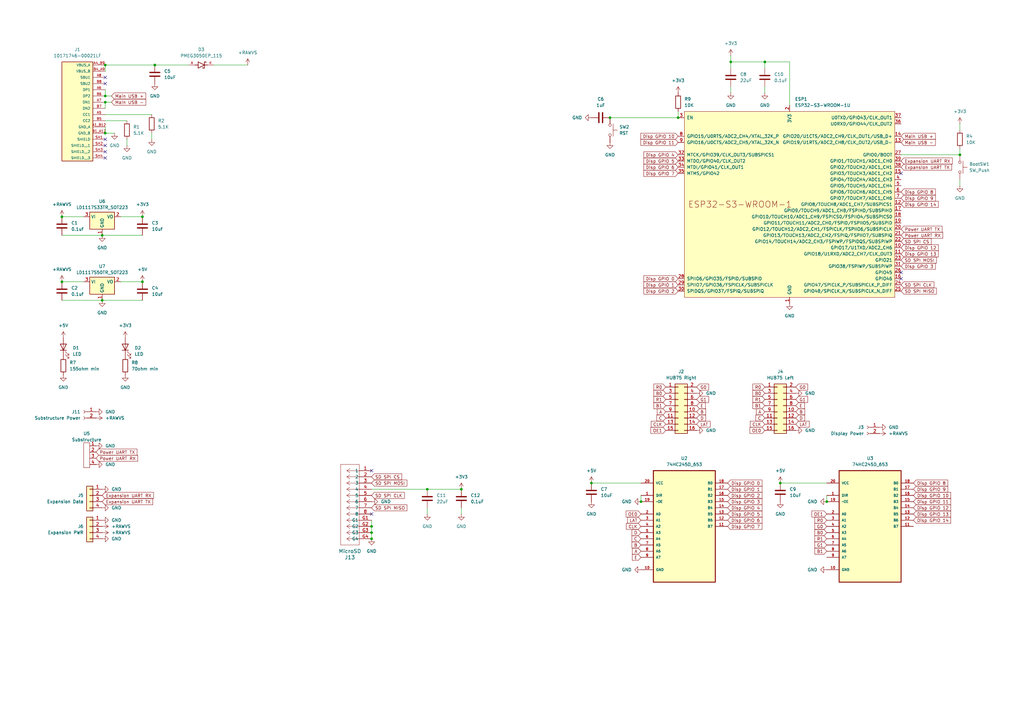
<source format=kicad_sch>
(kicad_sch (version 20250114) (generator "eeschema") (generator_version "9.0")
  (paper "A3")
  (junction (at 43.18 26.67))
  (junction (at 262.89 205.74))
  (junction (at 43.18 39.37))
  (junction (at 175.26 200.66))
  (junction (at 339.09 205.74))
  (junction (at 63.5 26.67))
  (junction (at 152.4 220.98))
  (junction (at 189.23 200.66))
  (junction (at 393.7 63.5))
  (junction (at 250.19 48.26))
  (junction (at 299.72 25.4))
  (junction (at 313.69 25.4))
  (junction (at 320.04 198.12))
  (junction (at 41.91 96.52))
  (junction (at 242.57 198.12))
  (junction (at 152.4 218.44))
  (junction (at 25.4 88.9))
  (junction (at 58.42 115.57))
  (junction (at 58.42 88.9))
  (junction (at 278.13 48.26))
  (junction (at 25.4 115.57))
  (junction (at 41.91 123.19))
  (junction (at 43.18 54.61))
  (junction (at 43.18 41.91))
  (junction (at 152.4 215.9))
  (no_connect (at 43.18 31.75))
  (no_connect (at 369.57 114.3))
  (no_connect (at 369.57 71.12))
  (no_connect (at 152.4 193.04))
  (no_connect (at 43.18 62.23))
  (no_connect (at 369.57 111.76))
  (no_connect (at 43.18 34.29))
  (no_connect (at 152.4 210.82))
  (no_connect (at 43.18 59.69))
  (no_connect (at 43.18 57.15))
  (no_connect (at 43.18 64.77))
  (wire (pts (xy 49.53 88.9) (xy 58.42 88.9)))
  (wire (pts (xy 393.7 76.2) (xy 393.7 73.66)))
  (wire (pts (xy 393.7 50.8) (xy 393.7 53.34)))
  (wire (pts (xy 323.85 25.4) (xy 323.85 43.18)))
  (wire (pts (xy 278.13 45.72) (xy 278.13 48.26)))
  (wire (pts (xy 262.89 203.2) (xy 262.89 205.74)))
  (wire (pts (xy 43.18 29.21) (xy 43.18 26.67)))
  (wire (pts (xy 25.4 88.9) (xy 34.29 88.9)))
  (wire (pts (xy 41.91 96.52) (xy 58.42 96.52)))
  (wire (pts (xy 41.91 123.19) (xy 58.42 123.19)))
  (wire (pts (xy 313.69 35.56) (xy 313.69 38.1)))
  (wire (pts (xy 393.7 60.96) (xy 393.7 63.5)))
  (wire (pts (xy 313.69 25.4) (xy 323.85 25.4)))
  (wire (pts (xy 152.4 213.36) (xy 152.4 215.9)))
  (wire (pts (xy 101.6 26.67) (xy 87.63 26.67)))
  (wire (pts (xy 43.18 46.99) (xy 62.23 46.99)))
  (wire (pts (xy 43.18 54.61) (xy 43.18 52.07)))
  (wire (pts (xy 62.23 54.61) (xy 62.23 57.15)))
  (wire (pts (xy 52.07 57.15) (xy 52.07 59.69)))
  (wire (pts (xy 43.18 26.67) (xy 63.5 26.67)))
  (wire (pts (xy 339.09 203.2) (xy 339.09 205.74)))
  (wire (pts (xy 175.26 200.66) (xy 189.23 200.66)))
  (wire (pts (xy 299.72 22.86) (xy 299.72 25.4)))
  (wire (pts (xy 63.5 26.67) (xy 77.47 26.67)))
  (wire (pts (xy 313.69 25.4) (xy 313.69 27.94)))
  (wire (pts (xy 45.72 39.37) (xy 43.18 39.37)))
  (wire (pts (xy 250.19 48.26) (xy 278.13 48.26)))
  (wire (pts (xy 299.72 25.4) (xy 299.72 27.94)))
  (wire (pts (xy 299.72 25.4) (xy 313.69 25.4)))
  (wire (pts (xy 299.72 35.56) (xy 299.72 38.1)))
  (wire (pts (xy 25.4 123.19) (xy 41.91 123.19)))
  (wire (pts (xy 43.18 41.91) (xy 43.18 44.45)))
  (wire (pts (xy 25.4 96.52) (xy 41.91 96.52)))
  (wire (pts (xy 43.18 49.53) (xy 52.07 49.53)))
  (wire (pts (xy 25.4 115.57) (xy 34.29 115.57)))
  (wire (pts (xy 43.18 36.83) (xy 43.18 39.37)))
  (wire (pts (xy 49.53 115.57) (xy 58.42 115.57)))
  (wire (pts (xy 46.99 54.61) (xy 43.18 54.61)))
  (wire (pts (xy 320.04 198.12) (xy 339.09 198.12)))
  (wire (pts (xy 152.4 200.66) (xy 175.26 200.66)))
  (wire (pts (xy 369.57 63.5) (xy 393.7 63.5)))
  (wire (pts (xy 189.23 208.28) (xy 189.23 210.82)))
  (wire (pts (xy 175.26 208.28) (xy 175.26 210.82)))
  (wire (pts (xy 45.72 41.91) (xy 43.18 41.91)))
  (wire (pts (xy 152.4 218.44) (xy 152.4 220.98)))
  (wire (pts (xy 152.4 215.9) (xy 152.4 218.44)))
  (wire (pts (xy 242.57 198.12) (xy 262.89 198.12)))
  (global_label "B1" (shape input) (at 273.05 166.37 180) (property "Intersheetrefs" "${INTERSHEET_REFS}" (effects (hide yes))))
  (global_label "Disp GPIO 6" (shape input) (at 278.13 68.58 180) (property "Intersheetrefs" "${INTERSHEET_REFS}" (effects (hide yes))))
  (global_label "Expansion UART RX" (shape input) (at 41.91 203.2 0) (property "Intersheetrefs" "${INTERSHEET_REFS}" (effects (hide yes))))
  (global_label "Power UART TX" (shape input) (at 39.37 185.42 0) (property "Intersheetrefs" "${INTERSHEET_REFS}" (effects (hide yes))))
  (global_label "Disp GPIO 5" (shape input) (at 278.13 66.04 180) (property "Intersheetrefs" "${INTERSHEET_REFS}" (effects (hide yes))))
  (global_label "SD SPI CLK" (shape input) (at 152.4 203.2 0) (property "Intersheetrefs" "${INTERSHEET_REFS}" (effects (hide yes))))
  (global_label "Disp GPIO 10" (shape input) (at 278.13 55.88 180) (property "Intersheetrefs" "${INTERSHEET_REFS}" (effects (hide yes))))
  (global_label "E" (shape input) (at 285.75 166.37 0) (property "Intersheetrefs" "${INTERSHEET_REFS}" (effects (hide yes))))
  (global_label "G0" (shape input) (at 326.39 158.75 0) (property "Intersheetrefs" "${INTERSHEET_REFS}" (effects (hide yes))))
  (global_label "SD SPI MISO" (shape input) (at 152.4 208.28 0) (property "Intersheetrefs" "${INTERSHEET_REFS}" (effects (hide yes))))
  (global_label "C" (shape input) (at 273.05 171.45 180) (property "Intersheetrefs" "${INTERSHEET_REFS}" (effects (hide yes))))
  (global_label "G1" (shape input) (at 326.39 163.83 0) (property "Intersheetrefs" "${INTERSHEET_REFS}" (effects (hide yes))))
  (global_label "C" (shape input) (at 262.89 220.98 180) (property "Intersheetrefs" "${INTERSHEET_REFS}" (effects (hide yes))))
  (global_label "B0" (shape input) (at 313.69 161.29 180) (property "Intersheetrefs" "${INTERSHEET_REFS}" (effects (hide yes))))
  (global_label "Expansion UART TX" (shape input) (at 369.57 68.58 0) (property "Intersheetrefs" "${INTERSHEET_REFS}" (effects (hide yes))))
  (global_label "SD SPI CLK" (shape input) (at 369.57 116.84 0) (property "Intersheetrefs" "${INTERSHEET_REFS}" (effects (hide yes))))
  (global_label "A" (shape input) (at 262.89 226.06 180) (property "Intersheetrefs" "${INTERSHEET_REFS}" (effects (hide yes))))
  (global_label "Disp GPIO 4" (shape input) (at 278.13 63.5 180) (property "Intersheetrefs" "${INTERSHEET_REFS}" (effects (hide yes))))
  (global_label "Disp GPIO 8" (shape input) (at 369.57 78.74 0) (property "Intersheetrefs" "${INTERSHEET_REFS}" (effects (hide yes))))
  (global_label "D" (shape input) (at 285.75 171.45 0) (property "Intersheetrefs" "${INTERSHEET_REFS}" (effects (hide yes))))
  (global_label "OE0" (shape input) (at 262.89 210.82 180) (property "Intersheetrefs" "${INTERSHEET_REFS}" (effects (hide yes))))
  (global_label "SD SPI MOSI" (shape input) (at 152.4 198.12 0) (property "Intersheetrefs" "${INTERSHEET_REFS}" (effects (hide yes))))
  (global_label "Disp GPIO 12" (shape input) (at 369.57 101.6 0) (property "Intersheetrefs" "${INTERSHEET_REFS}" (effects (hide yes))))
  (global_label "Disp GPIO 9" (shape input) (at 369.57 81.28 0) (property "Intersheetrefs" "${INTERSHEET_REFS}" (effects (hide yes))))
  (global_label "E" (shape input) (at 262.89 228.6 180) (property "Intersheetrefs" "${INTERSHEET_REFS}" (effects (hide yes))))
  (global_label "Disp GPIO 1" (shape input) (at 278.13 116.84 180) (property "Intersheetrefs" "${INTERSHEET_REFS}" (effects (hide yes))))
  (global_label "OE0" (shape input) (at 313.69 176.53 180) (property "Intersheetrefs" "${INTERSHEET_REFS}" (effects (hide yes))))
  (global_label "R1" (shape input) (at 273.05 163.83 180) (property "Intersheetrefs" "${INTERSHEET_REFS}" (effects (hide yes))))
  (global_label "E" (shape input) (at 326.39 166.37 0) (property "Intersheetrefs" "${INTERSHEET_REFS}" (effects (hide yes))))
  (global_label "A" (shape input) (at 313.69 168.91 180) (property "Intersheetrefs" "${INTERSHEET_REFS}" (effects (hide yes))))
  (global_label "Disp GPIO 14" (shape input) (at 369.57 83.82 0) (property "Intersheetrefs" "${INTERSHEET_REFS}" (effects (hide yes))))
  (global_label "G1" (shape input) (at 339.09 223.52 180) (property "Intersheetrefs" "${INTERSHEET_REFS}" (effects (hide yes))))
  (global_label "Disp GPIO 7" (shape input) (at 298.45 215.9 0) (property "Intersheetrefs" "${INTERSHEET_REFS}" (effects (hide yes))))
  (global_label "B0" (shape input) (at 339.09 218.44 180) (property "Intersheetrefs" "${INTERSHEET_REFS}" (effects (hide yes))))
  (global_label "B" (shape input) (at 326.39 168.91 0) (property "Intersheetrefs" "${INTERSHEET_REFS}" (effects (hide yes))))
  (global_label "Disp GPIO 10" (shape input) (at 374.65 203.2 0) (property "Intersheetrefs" "${INTERSHEET_REFS}" (effects (hide yes))))
  (global_label "Disp GPIO 6" (shape input) (at 298.45 213.36 0) (property "Intersheetrefs" "${INTERSHEET_REFS}" (effects (hide yes))))
  (global_label "B" (shape input) (at 262.89 223.52 180) (property "Intersheetrefs" "${INTERSHEET_REFS}" (effects (hide yes))))
  (global_label "Disp GPIO 11" (shape input) (at 374.65 205.74 0) (property "Intersheetrefs" "${INTERSHEET_REFS}" (effects (hide yes))))
  (global_label "Main USB -" (shape input) (at 45.72 41.91 0) (property "Intersheetrefs" "${INTERSHEET_REFS}" (effects (hide yes))))
  (global_label "G0" (shape input) (at 285.75 158.75 0) (property "Intersheetrefs" "${INTERSHEET_REFS}" (effects (hide yes))))
  (global_label "D" (shape input) (at 262.89 218.44 180) (property "Intersheetrefs" "${INTERSHEET_REFS}" (effects (hide yes))))
  (global_label "Main USB -" (shape input) (at 369.57 58.42 0) (property "Intersheetrefs" "${INTERSHEET_REFS}" (effects (hide yes))))
  (global_label "R0" (shape input) (at 273.05 158.75 180) (property "Intersheetrefs" "${INTERSHEET_REFS}" (effects (hide yes))))
  (global_label "B1" (shape input) (at 339.09 226.06 180) (property "Intersheetrefs" "${INTERSHEET_REFS}" (effects (hide yes))))
  (global_label "Disp GPIO 3" (shape input) (at 298.45 205.74 0) (property "Intersheetrefs" "${INTERSHEET_REFS}" (effects (hide yes))))
  (global_label "CLK" (shape input) (at 273.05 173.99 180) (property "Intersheetrefs" "${INTERSHEET_REFS}" (effects (hide yes))))
  (global_label "Disp GPIO 14" (shape input) (at 374.65 213.36 0) (property "Intersheetrefs" "${INTERSHEET_REFS}" (effects (hide yes))))
  (global_label "R1" (shape input) (at 313.69 163.83 180) (property "Intersheetrefs" "${INTERSHEET_REFS}" (effects (hide yes))))
  (global_label "Disp GPIO 2" (shape input) (at 278.13 119.38 180) (property "Intersheetrefs" "${INTERSHEET_REFS}" (effects (hide yes))))
  (global_label "SD SPI CS" (shape input) (at 369.57 99.06 0) (property "Intersheetrefs" "${INTERSHEET_REFS}" (effects (hide yes))))
  (global_label "CLK" (shape input) (at 313.69 173.99 180) (property "Intersheetrefs" "${INTERSHEET_REFS}" (effects (hide yes))))
  (global_label "Disp GPIO 3" (shape input) (at 369.57 109.22 0) (property "Intersheetrefs" "${INTERSHEET_REFS}" (effects (hide yes))))
  (global_label "R0" (shape input) (at 339.09 213.36 180) (property "Intersheetrefs" "${INTERSHEET_REFS}" (effects (hide yes))))
  (global_label "Disp GPIO 9" (shape input) (at 374.65 200.66 0) (property "Intersheetrefs" "${INTERSHEET_REFS}" (effects (hide yes))))
  (global_label "Main USB +" (shape input) (at 369.57 55.88 0) (property "Intersheetrefs" "${INTERSHEET_REFS}" (effects (hide yes))))
  (global_label "Disp GPIO 5" (shape input) (at 298.45 210.82 0) (property "Intersheetrefs" "${INTERSHEET_REFS}" (effects (hide yes))))
  (global_label "Power UART RX" (shape input) (at 39.37 187.96 0) (property "Intersheetrefs" "${INTERSHEET_REFS}" (effects (hide yes))))
  (global_label "Disp GPIO 2" (shape input) (at 298.45 203.2 0) (property "Intersheetrefs" "${INTERSHEET_REFS}" (effects (hide yes))))
  (global_label "Disp GPIO 11" (shape input) (at 278.13 58.42 180) (property "Intersheetrefs" "${INTERSHEET_REFS}" (effects (hide yes))))
  (global_label "Expansion UART TX" (shape input) (at 41.91 205.74 0) (property "Intersheetrefs" "${INTERSHEET_REFS}" (effects (hide yes))))
  (global_label "R0" (shape input) (at 313.69 158.75 180) (property "Intersheetrefs" "${INTERSHEET_REFS}" (effects (hide yes))))
  (global_label "SD SPI MOSI" (shape input) (at 369.57 106.68 0) (property "Intersheetrefs" "${INTERSHEET_REFS}" (effects (hide yes))))
  (global_label "Expansion UART RX" (shape input) (at 369.57 66.04 0) (property "Intersheetrefs" "${INTERSHEET_REFS}" (effects (hide yes))))
  (global_label "LAT" (shape input) (at 262.89 213.36 180) (property "Intersheetrefs" "${INTERSHEET_REFS}" (effects (hide yes))))
  (global_label "Disp GPIO 8" (shape input) (at 374.65 198.12 0) (property "Intersheetrefs" "${INTERSHEET_REFS}" (effects (hide yes))))
  (global_label "Disp GPIO 13" (shape input) (at 369.57 104.14 0) (property "Intersheetrefs" "${INTERSHEET_REFS}" (effects (hide yes))))
  (global_label "Disp GPIO 7" (shape input) (at 278.13 71.12 180) (property "Intersheetrefs" "${INTERSHEET_REFS}" (effects (hide yes))))
  (global_label "G0" (shape input) (at 339.09 215.9 180) (property "Intersheetrefs" "${INTERSHEET_REFS}" (effects (hide yes))))
  (global_label "SD SPI CS" (shape input) (at 152.4 195.58 0) (property "Intersheetrefs" "${INTERSHEET_REFS}" (effects (hide yes))))
  (global_label "Disp GPIO 0" (shape input) (at 298.45 198.12 0) (property "Intersheetrefs" "${INTERSHEET_REFS}" (effects (hide yes))))
  (global_label "OE1" (shape input) (at 339.09 210.82 180) (property "Intersheetrefs" "${INTERSHEET_REFS}" (effects (hide yes))))
  (global_label "LAT" (shape input) (at 285.75 173.99 0) (property "Intersheetrefs" "${INTERSHEET_REFS}" (effects (hide yes))))
  (global_label "Disp GPIO 12" (shape input) (at 374.65 208.28 0) (property "Intersheetrefs" "${INTERSHEET_REFS}" (effects (hide yes))))
  (global_label "SD SPI MISO" (shape input) (at 369.57 119.38 0) (property "Intersheetrefs" "${INTERSHEET_REFS}" (effects (hide yes))))
  (global_label "Power UART RX" (shape input) (at 369.57 96.52 0) (property "Intersheetrefs" "${INTERSHEET_REFS}" (effects (hide yes))))
  (global_label "Disp GPIO 0" (shape input) (at 278.13 114.3 180) (property "Intersheetrefs" "${INTERSHEET_REFS}" (effects (hide yes))))
  (global_label "R1" (shape input) (at 339.09 220.98 180) (property "Intersheetrefs" "${INTERSHEET_REFS}" (effects (hide yes))))
  (global_label "OE1" (shape input) (at 273.05 176.53 180) (property "Intersheetrefs" "${INTERSHEET_REFS}" (effects (hide yes))))
  (global_label "B" (shape input) (at 285.75 168.91 0) (property "Intersheetrefs" "${INTERSHEET_REFS}" (effects (hide yes))))
  (global_label "Disp GPIO 4" (shape input) (at 298.45 208.28 0) (property "Intersheetrefs" "${INTERSHEET_REFS}" (effects (hide yes))))
  (global_label "D" (shape input) (at 326.39 171.45 0) (property "Intersheetrefs" "${INTERSHEET_REFS}" (effects (hide yes))))
  (global_label "B0" (shape input) (at 273.05 161.29 180) (property "Intersheetrefs" "${INTERSHEET_REFS}" (effects (hide yes))))
  (global_label "C" (shape input) (at 313.69 171.45 180) (property "Intersheetrefs" "${INTERSHEET_REFS}" (effects (hide yes))))
  (global_label "CLK" (shape input) (at 262.89 215.9 180) (property "Intersheetrefs" "${INTERSHEET_REFS}" (effects (hide yes))))
  (global_label "LAT" (shape input) (at 326.39 173.99 0) (property "Intersheetrefs" "${INTERSHEET_REFS}" (effects (hide yes))))
  (global_label "G1" (shape input) (at 285.75 163.83 0) (property "Intersheetrefs" "${INTERSHEET_REFS}" (effects (hide yes))))
  (global_label "A" (shape input) (at 273.05 168.91 180) (property "Intersheetrefs" "${INTERSHEET_REFS}" (effects (hide yes))))
  (global_label "Disp GPIO 1" (shape input) (at 298.45 200.66 0) (property "Intersheetrefs" "${INTERSHEET_REFS}" (effects (hide yes))))
  (global_label "Power UART TX" (shape input) (at 369.57 93.98 0) (property "Intersheetrefs" "${INTERSHEET_REFS}" (effects (hide yes))))
  (global_label "Disp GPIO 13" (shape input) (at 374.65 210.82 0) (property "Intersheetrefs" "${INTERSHEET_REFS}" (effects (hide yes))))
  (global_label "B1" (shape input) (at 313.69 166.37 180) (property "Intersheetrefs" "${INTERSHEET_REFS}" (effects (hide yes))))
  (global_label "Main USB +" (shape input) (at 45.72 39.37 0) (property "Intersheetrefs" "${INTERSHEET_REFS}" (effects (hide yes))))
  (symbol (lib_id "Connector:Conn_01x02_Socket") (at 34.29 168.91 0) (mirror y) (unit 1)
    (property "Reference" "J11" (at 33.02 168.9099 0) (effects (justify left)))
    (property "Value" "Substructure Power" (at 33.02 171.4499 0) (effects (justify left)))
    (property "Footprint" "Connector_AMASS:AMASS_XT30U-M_1x02_P5.0mm_Vertical" (effects (hide yes)))
    (property "Description" "Generic connector, single row, 01x02, script generated" (effects (hide yes)))
  )
  (symbol (lib_id "power:GND") (at 323.85 124.46 0) (unit 1)
    (property "Reference" "#PWR051" (effects (hide yes)))
    (property "Value" "GND" (at 323.85 129.54 0))
    (property "Description" "Power symbol creates a global label with name \"GND\" , ground" (effects (hide yes)))
  )
  (symbol (lib_id "power:+3V3") (at 189.23 200.66 0) (unit 1)
    (property "Reference" "#PWR073" (effects (hide yes)))
    (property "Value" "+3V3" (at 189.23 195.58 0))
    (property "Description" "Power symbol creates a global label with name \"+3V3\"" (effects (hide yes)))
  )
  (symbol (lib_id "power:GND") (at 320.04 205.74 0) (unit 1)
    (property "Reference" "#PWR012" (effects (hide yes)))
    (property "Value" "GND" (at 320.04 210.82 0))
    (property "Description" "Power symbol creates a global label with name \"GND\" , ground" (effects (hide yes)))
  )
  (symbol (lib_id "Device:R") (at 51.3796 149.9967 0) (unit 1)
    (property "Reference" "R8" (at 53.9196 148.7266 0) (effects (justify left)))
    (property "Value" "70ohm min" (at 53.9196 151.2666 0) (effects (justify left)))
    (property "Footprint" "Capacitor_SMD:C_0603_1608Metric_Pad1.08x0.95mm_HandSolder" (effects (hide yes)))
    (property "Description" "Resistor" (effects (hide yes)))
  )
  (symbol (lib_id "power:+5V") (at 58.42 115.57 0) (unit 1)
    (property "Reference" "#PWR039" (effects (hide yes)))
    (property "Value" "+5V" (at 58.42 110.49 0))
    (property "Description" "Power symbol creates a global label with name \"+5V\"" (effects (hide yes)))
  )
  (symbol (lib_id "power:GND") (at 39.37 182.88 90) (unit 1)
    (property "Reference" "#PWR037" (effects (hide yes)))
    (property "Value" "GND" (at 43.18 182.8799 90) (effects (justify right)))
    (property "Description" "Power symbol creates a global label with name \"GND\" , ground" (effects (hide yes)))
  )
  (symbol (lib_id "power:GND") (at 63.5 34.29 0) (unit 1)
    (property "Reference" "#PWR019" (effects (hide yes)))
    (property "Value" "GND" (at 63.5 39.37 0))
    (property "Description" "Power symbol creates a global label with name \"GND\" , ground" (effects (hide yes)))
  )
  (symbol (lib_id "USBC_10171746_00021LF:10171746-00021LF") (at 31.75 38.1 0) (unit 1)
    (property "Reference" "J1" (at 31.75 20.32 0))
    (property "Value" "10171746-00021LF" (at 31.75 22.86 0))
    (property "Footprint" "USBC:AMPHENOL_10171746-00021LF" (effects (hide yes)))
    (property "PARTREV" "A" (effects (hide yes)))
    (property "STANDARD" "Manufacturer Recommendations" (effects (hide yes)))
    (property "MAXIMUM_PACKAGE_HEIGHT" "3.16 mm" (effects (hide yes)))
    (property "MANUFACTURER" "Amphenol" (effects (hide yes)))
  )
  (symbol (lib_id "Device:C") (at 320.04 201.93 0) (unit 1)
    (property "Reference" "C9" (at 323.85 200.6599 0) (effects (justify left)))
    (property "Value" "10uF" (at 323.85 203.1999 0) (effects (justify left)))
    (property "Footprint" "Capacitor_SMD:C_0603_1608Metric_Pad1.08x0.95mm_HandSolder" (effects (hide yes)))
    (property "Description" "Unpolarized capacitor" (effects (hide yes)))
    (property "LCSC" "C95839" (effects (hide yes)))
  )
  (symbol (lib_id "power:GND") (at 152.4 205.74 90) (unit 1)
    (property "Reference" "#PWR068" (effects (hide yes)))
    (property "Value" "GND" (at 156.21 205.7399 90) (effects (justify right)))
    (property "Description" "Power symbol creates a global label with name \"GND\" , ground" (effects (hide yes)))
  )
  (symbol (lib_id "power:GND") (at 326.39 176.53 90) (unit 1)
    (property "Reference" "#PWR020" (effects (hide yes)))
    (property "Value" "GND" (at 330.2 176.5299 90) (effects (justify right)))
    (property "Description" "Power symbol creates a global label with name \"GND\" , ground" (effects (hide yes)))
  )
  (symbol (lib_id "Device:C") (at 25.4 92.71 0) (unit 1)
    (property "Reference" "C1" (at 29.21 91.4399 0) (effects (justify left)))
    (property "Value" "0.1uf" (at 29.21 93.9799 0) (effects (justify left)))
    (property "Footprint" "Capacitor_SMD:C_0603_1608Metric_Pad1.08x0.95mm_HandSolder" (effects (hide yes)))
    (property "Description" "Unpolarized capacitor" (effects (hide yes)))
  )
  (symbol (lib_id "Regulator_Linear:LD1117S50TR_SOT223") (at 41.91 115.57 0) (unit 1)
    (property "Reference" "U7" (at 41.91 109.22 0))
    (property "Value" "LD1117S50TR_SOT223" (at 41.91 111.76 0))
    (property "Footprint" "Package_TO_SOT_SMD:SOT-223-3_TabPin2" (effects (hide yes)))
    (property "Datasheet" "http://www.st.com/st-web-ui/static/active/en/resource/technical/document/datasheet/CD00000544.pdf" (effects (hide yes)))
    (property "Description" "800mA Fixed Low Drop Positive Voltage Regulator, Fixed Output 5.0V, SOT-223" (effects (hide yes)))
  )
  (symbol (lib_id "power:GND") (at 360.68 175.26 90) (unit 1)
    (property "Reference" "#PWR04" (effects (hide yes)))
    (property "Value" "GND" (at 364.49 175.2599 90) (effects (justify right)))
    (property "Description" "Power symbol creates a global label with name \"GND\" , ground" (effects (hide yes)))
  )
  (symbol (lib_id "power:+5VP") (at 25.4 115.57 0) (unit 1)
    (property "Reference" "#PWR022" (effects (hide yes)))
    (property "Value" "+RAWVS" (at 25.4 110.49 0))
    (property "Description" "Power symbol creates a global label with name \"+5VP\"" (effects (hide yes)))
  )
  (symbol (lib_id "power:+5VP") (at 360.68 177.8 270) (unit 1)
    (property "Reference" "#PWR015" (effects (hide yes)))
    (property "Value" "+RAWVS" (at 364.49 177.7999 90) (effects (justify left)))
    (property "Description" "Power symbol creates a global label with name \"+5VP\"" (effects (hide yes)))
  )
  (symbol (lib_id "power:+5VP") (at 25.4 88.9 0) (unit 1)
    (property "Reference" "#PWR021" (effects (hide yes)))
    (property "Value" "+RAWVS" (at 25.4 83.82 0))
    (property "Description" "Power symbol creates a global label with name \"+5VP\"" (effects (hide yes)))
  )
  (symbol (lib_id "Switch:SW_Push") (at 393.7 68.58 270) (unit 1)
    (property "Reference" "BootSW1" (at 397.51 67.3099 90) (effects (justify left)))
    (property "Value" "SW_Push" (at 397.51 69.8499 90) (effects (justify left)))
    (property "Footprint" "Buttons:R-667843" (effects (hide yes)))
    (property "Description" "Push button switch, generic, two pins" (effects (hide yes)))
  )
  (symbol (lib_id "power:GND") (at 285.75 161.29 90) (unit 1)
    (property "Reference" "#PWR06" (effects (hide yes)))
    (property "Value" "GND" (at 289.56 161.2899 90) (effects (justify right)))
    (property "Description" "Power symbol creates a global label with name \"GND\" , ground" (effects (hide yes)))
  )
  (symbol (lib_id "power:+3V3") (at 393.7 50.8 0) (unit 1)
    (property "Reference" "#PWR052" (effects (hide yes)))
    (property "Value" "+3V3" (at 393.7 45.72 0))
    (property "Description" "Power symbol creates a global label with name \"+3V3\"" (effects (hide yes)))
  )
  (symbol (lib_id "Device:R") (at 278.13 41.91 0) (unit 1)
    (property "Reference" "R9" (at 280.67 40.6399 0) (effects (justify left)))
    (property "Value" "10K" (at 280.67 43.1799 0) (effects (justify left)))
    (property "Footprint" "Resistor_SMD:R_0603_1608Metric" (effects (hide yes)))
    (property "Description" "Resistor" (effects (hide yes)))
  )
  (symbol (lib_id "power:GND") (at 326.39 161.29 90) (unit 1)
    (property "Reference" "#PWR018" (effects (hide yes)))
    (property "Value" "GND" (at 330.2 161.2899 90) (effects (justify right)))
    (property "Description" "Power symbol creates a global label with name \"GND\" , ground" (effects (hide yes)))
  )
  (symbol (lib_id "Device:R") (at 62.23 50.8 0) (unit 1)
    (property "Reference" "R2" (at 64.77 49.5299 0) (effects (justify left)))
    (property "Value" "5.1K" (at 64.77 52.0699 0) (effects (justify left)))
    (property "Footprint" "Resistor_SMD:R_0603_1608Metric" (effects (hide yes)))
    (property "Description" "Resistor" (effects (hide yes)))
  )
  (symbol (lib_id "PCM_Espressif:ESP32-S3-WROOM-1") (at 323.85 83.82 0) (unit 1)
    (property "Reference" "ESP1" (at 326.0441 40.64 0) (effects (justify left)))
    (property "Value" "ESP32-S3-WROOM-1U" (at 326.0441 43.18 0) (effects (justify left)))
    (property "Footprint" "RF_Module:ESP32-S3-WROOM-1U" (effects (hide yes)))
    (property "Datasheet" "https://www.espressif.com/sites/default/files/documentation/esp32-s3-wroom-1_wroom-1u_datasheet_en.pdf" (effects (hide yes)))
    (property "Description" "2.4 GHz WiFi (802.11 b/g/n) and Bluetooth ® 5 (LE) module Built around ESP32S3 series of SoCs, Xtensa ® dualcore 32bit LX7 microprocessor Flash up to 16 MB, PSRAM up to 8 MB 36 GPIOs, rich set of peripherals Onboard PCB antenna" (effects (hide yes)))
  )
  (symbol (lib_id "power:GND") (at 393.7 76.2 0) (unit 1)
    (property "Reference" "#PWR053" (effects (hide yes)))
    (property "Value" "GND" (at 393.7 81.28 0))
    (property "Description" "Power symbol creates a global label with name \"GND\" , ground" (effects (hide yes)))
  )
  (symbol (lib_id "Device:C") (at 175.26 204.47 0) (unit 1)
    (property "Reference" "C11" (at 179.07 203.1999 0) (effects (justify left)))
    (property "Value" "22uF" (at 179.07 205.7399 0) (effects (justify left)))
    (property "Footprint" "Capacitor_SMD:C_0603_1608Metric_Pad1.08x0.95mm_HandSolder" (effects (hide yes)))
    (property "Description" "Unpolarized capacitor" (effects (hide yes)))
  )
  (symbol (lib_id "MicroSD_473092651:473092651") (at 152.4 193.04 0) (mirror y) (unit 1)
    (property "Reference" "J13" (at 143.51 228.6 0) (effects (font (size 1.524 1.524))))
    (property "Value" "MicroSD" (at 143.51 226.06 0) (effects (font (size 1.524 1.524))))
    (property "Footprint" "Micro SD:MicroSD_473092651" (effects (hide yes)))
    (property "Datasheet" "473092651" (effects (hide yes)))
  )
  (symbol (lib_id "power:GND") (at 51.3796 153.8067 0) (unit 1)
    (property "Reference" "#PWR060" (effects (hide yes)))
    (property "Value" "GND" (at 51.3796 158.8867 0))
    (property "Description" "Power symbol creates a global label with name \"GND\" , ground" (effects (hide yes)))
  )
  (symbol (lib_id "Connector_Generic:Conn_02x08_Odd_Even") (at 318.77 166.37 0) (unit 1)
    (property "Reference" "J4" (at 320.04 152.4 0))
    (property "Value" "HUB75 Left" (at 320.04 154.94 0))
    (property "Footprint" "Connector_PinHeader_2.54mm:PinHeader_2x08_P2.54mm_Vertical" (effects (hide yes)))
    (property "Description" "Generic connector, double row, 02x08, odd/even pin numbering scheme (row 1 odd numbers, row 2 even numbers), script generated (kicad-library-utils/schlib/autogen/connector/)" (effects (hide yes)))
    (property "LCSC" "C30734" (effects (hide yes)))
  )
  (symbol (lib_id "power:GND") (at 41.91 213.36 90) (unit 1)
    (property "Reference" "#PWR025" (effects (hide yes)))
    (property "Value" "GND" (at 45.72 213.3599 90) (effects (justify right)))
    (property "Description" "Power symbol creates a global label with name \"GND\" , ground" (effects (hide yes)))
  )
  (symbol (lib_id "Device:LED") (at 25.9796 142.3767 90) (unit 1)
    (property "Reference" "D1" (at 29.7896 142.6941 90) (effects (justify right)))
    (property "Value" "LED" (at 29.7896 145.2341 90) (effects (justify right)))
    (property "Footprint" "Diode_SMD:D_0603_1608Metric_Pad1.05x0.95mm_HandSolder" (effects (hide yes)))
    (property "Description" "Light emitting diode" (effects (hide yes)))
  )
  (symbol (lib_id "74HC245:74HC245D_653") (at 280.67 213.36 0) (unit 1)
    (property "Reference" "U2" (at 280.67 187.96 0))
    (property "Value" "74HC245D_653" (at 280.67 190.5 0))
    (property "Footprint" "74HC245:SOIC127P1032X265-20N" (effects (hide yes)))
    (property "MF" "Nexperia USA" (effects (hide yes)))
    (property "Description_1" "Transceiver, Non-Inverting 1 Element 8 Bit per Element 3-State Output 20-SO" (effects (hide yes)))
    (property "PACKAGE" "SOIC-20" (effects (hide yes)))
    (property "MPN" "74HC245D,653" (effects (hide yes)))
    (property "Price" "None" (effects (hide yes)))
    (property "Package" "SO20-20 Nexperia USA Inc." (effects (hide yes)))
    (property "OC_FARNELL" "1201324" (effects (hide yes)))
    (property "SnapEDA_Link" "https://www.snapeda.com/parts/74HC245D,653/Nexperia/view-part/?ref=snap" (effects (hide yes)))
    (property "MP" "74HC245D,653" (effects (hide yes)))
    (property "SUPPLIER" "NXP" (effects (hide yes)))
    (property "OC_NEWARK" "26M7763" (effects (hide yes)))
    (property "Availability" "In Stock" (effects (hide yes)))
    (property "Check_prices" "https://www.snapeda.com/parts/74HC245D,653/Nexperia/view-part/?ref=eda" (effects (hide yes)))
    (property "LCSC" "C5625" (effects (hide yes)))
  )
  (symbol (lib_id "power:GND") (at 39.37 190.5 90) (unit 1)
    (property "Reference" "#PWR055" (effects (hide yes)))
    (property "Value" "GND" (at 43.18 190.4999 90) (effects (justify right)))
    (property "Description" "Power symbol creates a global label with name \"GND\" , ground" (effects (hide yes)))
  )
  (symbol (lib_id "power:GND") (at 62.23 57.15 0) (unit 1)
    (property "Reference" "#PWR017" (effects (hide yes)))
    (property "Value" "GND" (at 62.23 62.23 0))
    (property "Description" "Power symbol creates a global label with name \"GND\" , ground" (effects (hide yes)))
  )
  (symbol (lib_id "power:GND") (at 250.19 58.42 0) (unit 1)
    (property "Reference" "#PWR064" (effects (hide yes)))
    (property "Value" "GND" (at 250.19 63.5 0))
    (property "Description" "Power symbol creates a global label with name \"GND\" , ground" (effects (hide yes)))
  )
  (symbol (lib_id "power:GND") (at 41.91 200.66 90) (unit 1)
    (property "Reference" "#PWR023" (effects (hide yes)))
    (property "Value" "GND" (at 45.72 200.6599 90) (effects (justify right)))
    (property "Description" "Power symbol creates a global label with name \"GND\" , ground" (effects (hide yes)))
  )
  (symbol (lib_id "Device:C") (at 25.4 119.38 0) (unit 1)
    (property "Reference" "C2" (at 29.21 118.1099 0) (effects (justify left)))
    (property "Value" "0.1uf" (at 29.21 120.6499 0) (effects (justify left)))
    (property "Footprint" "Capacitor_SMD:C_0603_1608Metric_Pad1.08x0.95mm_HandSolder" (effects (hide yes)))
    (property "Description" "Unpolarized capacitor" (effects (hide yes)))
  )
  (symbol (lib_id "power:GND") (at 41.91 220.98 90) (unit 1)
    (property "Reference" "#PWR026" (effects (hide yes)))
    (property "Value" "GND" (at 45.72 220.9799 90) (effects (justify right)))
    (property "Description" "Power symbol creates a global label with name \"GND\" , ground" (effects (hide yes)))
  )
  (symbol (lib_id "Device:C") (at 299.72 31.75 0) (unit 1)
    (property "Reference" "C8" (at 303.53 30.4799 0) (effects (justify left)))
    (property "Value" "22uF" (at 303.53 33.0199 0) (effects (justify left)))
    (property "Footprint" "Capacitor_SMD:C_0603_1608Metric_Pad1.08x0.95mm_HandSolder" (effects (hide yes)))
    (property "Description" "Unpolarized capacitor" (effects (hide yes)))
  )
  (symbol (lib_id "power:+3V3") (at 51.3796 138.5667 0) (unit 1)
    (property "Reference" "#PWR059" (effects (hide yes)))
    (property "Value" "+3V3" (at 51.3796 133.4867 0))
    (property "Description" "Power symbol creates a global label with name \"+3V3\"" (effects (hide yes)))
  )
  (symbol (lib_id "power:GND") (at 339.09 233.68 270) (unit 1)
    (property "Reference" "#PWR014" (effects (hide yes)))
    (property "Value" "GND" (at 335.28 233.6799 90) (effects (justify right)))
    (property "Description" "Power symbol creates a global label with name \"GND\" , ground" (effects (hide yes)))
  )
  (symbol (lib_id "power:+5V") (at 25.9796 138.5667 0) (unit 1)
    (property "Reference" "#PWR02" (effects (hide yes)))
    (property "Value" "+5V" (at 25.9796 133.4867 0))
    (property "Description" "Power symbol creates a global label with name \"+5V\"" (effects (hide yes)))
  )
  (symbol (lib_id "power:GND") (at 339.09 205.74 270) (unit 1)
    (property "Reference" "#PWR03" (effects (hide yes)))
    (property "Value" "GND" (at 335.28 205.7399 90) (effects (justify right)))
    (property "Description" "Power symbol creates a global label with name \"GND\" , ground" (effects (hide yes)))
  )
  (symbol (lib_id "Device:C") (at 63.5 30.48 0) (unit 1)
    (property "Reference" "C5" (at 67.31 29.2099 0) (effects (justify left)))
    (property "Value" "10uF" (at 67.31 31.7499 0) (effects (justify left)))
    (property "Footprint" "Capacitor_SMD:C_0603_1608Metric" (effects (hide yes)))
    (property "Description" "Unpolarized capacitor" (effects (hide yes)))
  )
  (symbol (lib_id "Device:C") (at 313.69 31.75 0) (unit 1)
    (property "Reference" "C10" (at 317.5 30.4799 0) (effects (justify left)))
    (property "Value" "0.1uF" (at 317.5 33.0199 0) (effects (justify left)))
    (property "Footprint" "Capacitor_SMD:C_0603_1608Metric_Pad1.08x0.95mm_HandSolder" (effects (hide yes)))
    (property "Description" "Unpolarized capacitor" (effects (hide yes)))
  )
  (symbol (lib_id "Device:R") (at 52.07 53.34 0) (unit 1)
    (property "Reference" "R1" (at 54.61 52.0699 0) (effects (justify left)))
    (property "Value" "5.1K" (at 54.61 54.6099 0) (effects (justify left)))
    (property "Footprint" "Resistor_SMD:R_0603_1608Metric" (effects (hide yes)))
    (property "Description" "Resistor" (effects (hide yes)))
  )
  (symbol (lib_id "power:+5V") (at 320.04 198.12 0) (unit 1)
    (property "Reference" "#PWR011" (effects (hide yes)))
    (property "Value" "+5V" (at 320.04 193.04 0))
    (property "Description" "Power symbol creates a global label with name \"+5V\"" (effects (hide yes)))
  )
  (symbol (lib_id "74HC245:74HC245D_653") (at 356.87 213.36 0) (unit 1)
    (property "Reference" "U3" (at 356.87 187.96 0))
    (property "Value" "74HC245D_653" (at 356.87 190.5 0))
    (property "Footprint" "74HC245:SOIC127P1032X265-20N" (effects (hide yes)))
    (property "MF" "Nexperia USA" (effects (hide yes)))
    (property "Description_1" "Transceiver, Non-Inverting 1 Element 8 Bit per Element 3-State Output 20-SO" (effects (hide yes)))
    (property "PACKAGE" "SOIC-20" (effects (hide yes)))
    (property "MPN" "74HC245D,653" (effects (hide yes)))
    (property "Price" "None" (effects (hide yes)))
    (property "Package" "SO20-20 Nexperia USA Inc." (effects (hide yes)))
    (property "OC_FARNELL" "1201324" (effects (hide yes)))
    (property "SnapEDA_Link" "https://www.snapeda.com/parts/74HC245D,653/Nexperia/view-part/?ref=snap" (effects (hide yes)))
    (property "MP" "74HC245D,653" (effects (hide yes)))
    (property "SUPPLIER" "NXP" (effects (hide yes)))
    (property "OC_NEWARK" "26M7763" (effects (hide yes)))
    (property "Availability" "In Stock" (effects (hide yes)))
    (property "Check_prices" "https://www.snapeda.com/parts/74HC245D,653/Nexperia/view-part/?ref=eda" (effects (hide yes)))
    (property "LCSC" "C5625" (effects (hide yes)))
  )
  (symbol (lib_id "power:GND") (at 262.89 205.74 270) (unit 1)
    (property "Reference" "#PWR010" (effects (hide yes)))
    (property "Value" "GND" (at 259.08 205.7399 90) (effects (justify right)))
    (property "Description" "Power symbol creates a global label with name \"GND\" , ground" (effects (hide yes)))
  )
  (symbol (lib_id "FFC:FFC-4") (at 35.56 186.69 0) (unit 1)
    (property "Reference" "U5" (at 35.56 177.8 0))
    (property "Value" "Substructure" (at 35.56 180.34 0))
    (property "Footprint" "FCC:FFC-4-0.5" (effects (hide yes)))
  )
  (symbol (lib_id "Device:C") (at 246.38 48.26 90) (unit 1)
    (property "Reference" "C6" (at 246.38 40.64 90))
    (property "Value" "1uF" (at 246.38 43.18 90))
    (property "Footprint" "Capacitor_SMD:C_0603_1608Metric_Pad1.08x0.95mm_HandSolder" (effects (hide yes)))
    (property "Description" "Unpolarized capacitor" (effects (hide yes)))
  )
  (symbol (lib_id "Device:R") (at 25.9796 149.9967 0) (unit 1)
    (property "Reference" "R7" (at 28.5196 148.7266 0) (effects (justify left)))
    (property "Value" "155ohm min" (at 28.5196 151.2666 0) (effects (justify left)))
    (property "Footprint" "Capacitor_SMD:C_0603_1608Metric_Pad1.08x0.95mm_HandSolder" (effects (hide yes)))
    (property "Description" "Resistor" (effects (hide yes)))
  )
  (symbol (lib_id "power:+3V3") (at 58.42 88.9 0) (unit 1)
    (property "Reference" "#PWR038" (effects (hide yes)))
    (property "Value" "+3V3" (at 58.42 83.82 0))
    (property "Description" "Power symbol creates a global label with name \"+3V3\"" (effects (hide yes)))
  )
  (symbol (lib_id "power:GND") (at 313.69 38.1 0) (unit 1)
    (property "Reference" "#PWR050" (effects (hide yes)))
    (property "Value" "GND" (at 313.69 43.18 0))
    (property "Description" "Power symbol creates a global label with name \"GND\" , ground" (effects (hide yes)))
  )
  (symbol (lib_id "Connector_Generic:Conn_02x08_Odd_Even") (at 278.13 166.37 0) (unit 1)
    (property "Reference" "J2" (at 279.4 152.4 0))
    (property "Value" "HUB75 Right" (at 279.4 154.94 0))
    (property "Footprint" "Connector_PinHeader_2.54mm:PinHeader_2x08_P2.54mm_Vertical" (effects (hide yes)))
    (property "Description" "Generic connector, double row, 02x08, odd/even pin numbering scheme (row 1 odd numbers, row 2 even numbers), script generated (kicad-library-utils/schlib/autogen/connector/)" (effects (hide yes)))
    (property "LCSC" "C30734" (effects (hide yes)))
  )
  (symbol (lib_id "Device:C") (at 58.42 92.71 0) (unit 1)
    (property "Reference" "C3" (at 62.23 91.4399 0) (effects (justify left)))
    (property "Value" "10uf" (at 62.23 93.9799 0) (effects (justify left)))
    (property "Footprint" "Capacitor_SMD:C_0603_1608Metric_Pad1.08x0.95mm_HandSolder" (effects (hide yes)))
    (property "Description" "Unpolarized capacitor" (effects (hide yes)))
  )
  (symbol (lib_id "power:GND") (at 52.07 59.69 0) (unit 1)
    (property "Reference" "#PWR016" (effects (hide yes)))
    (property "Value" "GND" (at 52.07 64.77 0))
    (property "Description" "Power symbol creates a global label with name \"GND\" , ground" (effects (hide yes)))
  )
  (symbol (lib_id "power:+5V") (at 242.57 198.12 0) (unit 1)
    (property "Reference" "#PWR07" (effects (hide yes)))
    (property "Value" "+5V" (at 242.57 193.04 0))
    (property "Description" "Power symbol creates a global label with name \"+5V\"" (effects (hide yes)))
  )
  (symbol (lib_id "power:GND") (at 41.91 96.52 0) (unit 1)
    (property "Reference" "#PWR034" (effects (hide yes)))
    (property "Value" "GND" (at 41.91 101.6 0))
    (property "Description" "Power symbol creates a global label with name \"GND\" , ground" (effects (hide yes)))
  )
  (symbol (lib_id "power:GND") (at 285.75 176.53 90) (unit 1)
    (property "Reference" "#PWR05" (effects (hide yes)))
    (property "Value" "GND" (at 289.56 176.5299 90) (effects (justify right)))
    (property "Description" "Power symbol creates a global label with name \"GND\" , ground" (effects (hide yes)))
  )
  (symbol (lib_id "power:+5VP") (at 41.91 215.9 270) (unit 1)
    (property "Reference" "#PWR027" (effects (hide yes)))
    (property "Value" "+RAWVS" (at 45.72 215.8999 90) (effects (justify left)))
    (property "Description" "Power symbol creates a global label with name \"+5VP\"" (effects (hide yes)))
  )
  (symbol (lib_id "Device:C") (at 242.57 201.93 0) (unit 1)
    (property "Reference" "C7" (at 246.38 200.6599 0) (effects (justify left)))
    (property "Value" "10uF" (at 246.38 203.1999 0) (effects (justify left)))
    (property "Footprint" "Capacitor_SMD:C_0603_1608Metric_Pad1.08x0.95mm_HandSolder" (effects (hide yes)))
    (property "Description" "Unpolarized capacitor" (effects (hide yes)))
    (property "LCSC" "C95839" (effects (hide yes)))
  )
  (symbol (lib_id "power:GND") (at 152.4 220.98 0) (unit 1)
    (property "Reference" "#PWR069" (effects (hide yes)))
    (property "Value" "GND" (at 152.4 226.06 0))
    (property "Description" "Power symbol creates a global label with name \"GND\" , ground" (effects (hide yes)))
  )
  (symbol (lib_id "power:GND") (at 262.89 233.68 270) (unit 1)
    (property "Reference" "#PWR08" (effects (hide yes)))
    (property "Value" "GND" (at 259.08 233.6799 90) (effects (justify right)))
    (property "Description" "Power symbol creates a global label with name \"GND\" , ground" (effects (hide yes)))
  )
  (symbol (lib_id "Switch:SW_Push") (at 250.19 53.34 270) (unit 1)
    (property "Reference" "SW2" (at 254 52.0699 90) (effects (justify left)))
    (property "Value" "RST" (at 254 54.6099 90) (effects (justify left)))
    (property "Footprint" "Buttons:R-667843" (effects (hide yes)))
    (property "Description" "Push button switch, generic, two pins" (effects (hide yes)))
  )
  (symbol (lib_id "power:GND") (at 189.23 210.82 0) (unit 1)
    (property "Reference" "#PWR074" (effects (hide yes)))
    (property "Value" "GND" (at 189.23 215.9 0))
    (property "Description" "Power symbol creates a global label with name \"GND\" , ground" (effects (hide yes)))
  )
  (symbol (lib_id "Connector:Conn_01x02_Socket") (at 355.6 175.26 0) (mirror y) (unit 1)
    (property "Reference" "J3" (at 354.33 175.2599 0) (effects (justify left)))
    (property "Value" "Display Power" (at 354.33 177.7999 0) (effects (justify left)))
    (property "Footprint" "Connector_AMASS:AMASS_XT30U-M_1x02_P5.0mm_Vertical" (effects (hide yes)))
    (property "Description" "Generic connector, single row, 01x02, script generated" (effects (hide yes)))
  )
  (symbol (lib_id "Connector_Generic:Conn_01x04") (at 36.83 203.2 0) (mirror y) (unit 1)
    (property "Reference" "J5" (at 34.29 203.1999 0) (effects (justify left)))
    (property "Value" "Expansion Data" (at 34.29 205.7399 0) (effects (justify left)))
    (property "Footprint" "Connector_PinSocket_2.54mm:PinSocket_1x04_P2.54mm_Vertical" (effects (hide yes)))
    (property "Description" "Generic connector, single row, 01x04, script generated (kicad-library-utils/schlib/autogen/connector/)" (effects (hide yes)))
  )
  (symbol (lib_id "Connector_Generic:Conn_01x04") (at 36.83 215.9 0) (mirror y) (unit 1)
    (property "Reference" "J6" (at 34.29 215.8999 0) (effects (justify left)))
    (property "Value" "Expansion PWR" (at 34.29 218.4399 0) (effects (justify left)))
    (property "Footprint" "Connector_PinSocket_2.54mm:PinSocket_1x04_P2.54mm_Vertical" (effects (hide yes)))
    (property "Description" "Generic connector, single row, 01x04, script generated (kicad-library-utils/schlib/autogen/connector/)" (effects (hide yes)))
  )
  (symbol (lib_id "Device:C") (at 189.23 204.47 0) (unit 1)
    (property "Reference" "C12" (at 193.04 203.1999 0) (effects (justify left)))
    (property "Value" "0.1uF" (at 193.04 205.7399 0) (effects (justify left)))
    (property "Footprint" "Capacitor_SMD:C_0603_1608Metric_Pad1.08x0.95mm_HandSolder" (effects (hide yes)))
    (property "Description" "Unpolarized capacitor" (effects (hide yes)))
  )
  (symbol (lib_id "Device:LED") (at 51.3796 142.3767 90) (unit 1)
    (property "Reference" "D2" (at 55.1896 142.6941 90) (effects (justify right)))
    (property "Value" "LED" (at 55.1896 145.2341 90) (effects (justify right)))
    (property "Footprint" "Diode_SMD:D_0603_1608Metric_Pad1.05x0.95mm_HandSolder" (effects (hide yes)))
    (property "Description" "Light emitting diode" (effects (hide yes)))
  )
  (symbol (lib_id "power:GND") (at 46.99 54.61 0) (unit 1)
    (property "Reference" "#PWR013" (effects (hide yes)))
    (property "Value" "GND" (at 46.99 59.69 0))
    (property "Description" "Power symbol creates a global label with name \"GND\" , ground" (effects (hide yes)))
  )
  (symbol (lib_id "power:+5VP") (at 101.6 26.67 0) (unit 1)
    (property "Reference" "#PWR077" (effects (hide yes)))
    (property "Value" "+RAWVS" (at 101.6 21.59 0))
    (property "Description" "Power symbol creates a global label with name \"+5VP\"" (effects (hide yes)))
  )
  (symbol (lib_id "Regulator_Linear:LD1117S33TR_SOT223") (at 41.91 88.9 0) (unit 1)
    (property "Reference" "U6" (at 41.91 82.55 0))
    (property "Value" "LD1117S33TR_SOT223" (at 41.91 85.09 0))
    (property "Footprint" "Package_TO_SOT_SMD:SOT-223-3_TabPin2" (effects (hide yes)))
    (property "Datasheet" "http://www.st.com/st-web-ui/static/active/en/resource/technical/document/datasheet/CD00000544.pdf" (effects (hide yes)))
    (property "Description" "800mA Fixed Low Drop Positive Voltage Regulator, Fixed Output 3.3V, SOT-223" (effects (hide yes)))
  )
  (symbol (lib_id "power:+5VP") (at 41.91 218.44 270) (unit 1)
    (property "Reference" "#PWR028" (effects (hide yes)))
    (property "Value" "+RAWVS" (at 45.72 218.4399 90) (effects (justify left)))
    (property "Description" "Power symbol creates a global label with name \"+5VP\"" (effects (hide yes)))
  )
  (symbol (lib_id "power:GND") (at 175.26 210.82 0) (unit 1)
    (property "Reference" "#PWR072" (effects (hide yes)))
    (property "Value" "GND" (at 175.26 215.9 0))
    (property "Description" "Power symbol creates a global label with name \"GND\" , ground" (effects (hide yes)))
  )
  (symbol (lib_id "Device:C") (at 58.42 119.38 0) (unit 1)
    (property "Reference" "C4" (at 62.23 118.1099 0) (effects (justify left)))
    (property "Value" "10uf" (at 62.23 120.6499 0) (effects (justify left)))
    (property "Footprint" "Capacitor_SMD:C_0603_1608Metric_Pad1.08x0.95mm_HandSolder" (effects (hide yes)))
    (property "Description" "Unpolarized capacitor" (effects (hide yes)))
  )
  (symbol (lib_id "power:+3V3") (at 278.13 38.1 0) (unit 1)
    (property "Reference" "#PWR065" (effects (hide yes)))
    (property "Value" "+3V3" (at 278.13 33.02 0))
    (property "Description" "Power symbol creates a global label with name \"+3V3\"" (effects (hide yes)))
  )
  (symbol (lib_id "power:+5VP") (at 39.37 171.45 270) (unit 1)
    (property "Reference" "#PWR036" (effects (hide yes)))
    (property "Value" "+RAWVS" (at 43.18 171.4499 90) (effects (justify left)))
    (property "Description" "Power symbol creates a global label with name \"+5VP\"" (effects (hide yes)))
  )
  (symbol (lib_id "power:GND") (at 299.72 38.1 0) (unit 1)
    (property "Reference" "#PWR047" (effects (hide yes)))
    (property "Value" "GND" (at 299.72 43.18 0))
    (property "Description" "Power symbol creates a global label with name \"GND\" , ground" (effects (hide yes)))
  )
  (symbol (lib_id "power:GND") (at 242.57 48.26 270) (unit 1)
    (property "Reference" "#PWR063" (effects (hide yes)))
    (property "Value" "GND" (at 238.76 48.2599 90) (effects (justify right)))
    (property "Description" "Power symbol creates a global label with name \"GND\" , ground" (effects (hide yes)))
  )
  (symbol (lib_id "Device:R") (at 393.7 57.15 0) (unit 1)
    (property "Reference" "R4" (at 396.24 55.8799 0) (effects (justify left)))
    (property "Value" "10K" (at 396.24 58.4199 0) (effects (justify left)))
    (property "Footprint" "Resistor_SMD:R_0603_1608Metric" (effects (hide yes)))
    (property "Description" "Resistor" (effects (hide yes)))
  )
  (symbol (lib_id "power:GND") (at 242.57 205.74 0) (unit 1)
    (property "Reference" "#PWR09" (effects (hide yes)))
    (property "Value" "GND" (at 242.57 210.82 0))
    (property "Description" "Power symbol creates a global label with name \"GND\" , ground" (effects (hide yes)))
  )
  (symbol (lib_id "PMEG Diode:PMEG3050EP_115") (at 82.55 26.67 0) (unit 1)
    (property "Reference" "D3" (at 82.55 20.32 0))
    (property "Value" "PMEG3050EP_115" (at 82.55 22.86 0))
    (property "Footprint" "PMEG Diode:DIO_PMEG3050EP_115" (effects (hide yes)))
    (property "MF" "Nexperia USA Inc." (effects (hide yes)))
    (property "DESCRIPTION" "Diode Schottky 30 V 5A Surface Mount SOD-128/CFP5" (effects (hide yes)))
    (property "PACKAGE" "SOD-128 Nexperia USA Inc." (effects (hide yes)))
    (property "PRICE" "None" (effects (hide yes)))
    (property "MP" "PMEG3050EP,115" (effects (hide yes)))
    (property "AVAILABILITY" "In Stock" (effects (hide yes)))
    (property "PURCHASE-URL" "https://pricing.snapeda.com/search/part/PMEG3050EP,115/?ref=eda" (effects (hide yes)))
  )
  (symbol (lib_id "power:GND") (at 25.9796 153.8067 0) (unit 1)
    (property "Reference" "#PWR048" (effects (hide yes)))
    (property "Value" "GND" (at 25.9796 158.8867 0))
    (property "Description" "Power symbol creates a global label with name \"GND\" , ground" (effects (hide yes)))
  )
  (symbol (lib_id "power:GND") (at 39.37 168.91 90) (unit 1)
    (property "Reference" "#PWR01" (effects (hide yes)))
    (property "Value" "GND" (at 43.18 168.9099 90) (effects (justify right)))
    (property "Description" "Power symbol creates a global label with name \"GND\" , ground" (effects (hide yes)))
  )
  (symbol (lib_id "power:+3V3") (at 299.72 22.86 0) (unit 1)
    (property "Reference" "#PWR046" (effects (hide yes)))
    (property "Value" "+3V3" (at 299.72 17.78 0))
    (property "Description" "Power symbol creates a global label with name \"+3V3\"" (effects (hide yes)))
  )
  (symbol (lib_id "power:GND") (at 41.91 123.19 0) (unit 1)
    (property "Reference" "#PWR035" (effects (hide yes)))
    (property "Value" "GND" (at 41.91 128.27 0))
    (property "Description" "Power symbol creates a global label with name \"GND\" , ground" (effects (hide yes)))
  )
  (symbol (lib_id "power:GND") (at 41.91 208.28 90) (unit 1)
    (property "Reference" "#PWR024" (effects (hide yes)))
    (property "Value" "GND" (at 45.72 208.2799 90) (effects (justify right)))
    (property "Description" "Power symbol creates a global label with name \"GND\" , ground" (effects (hide yes)))
  )
)
</source>
